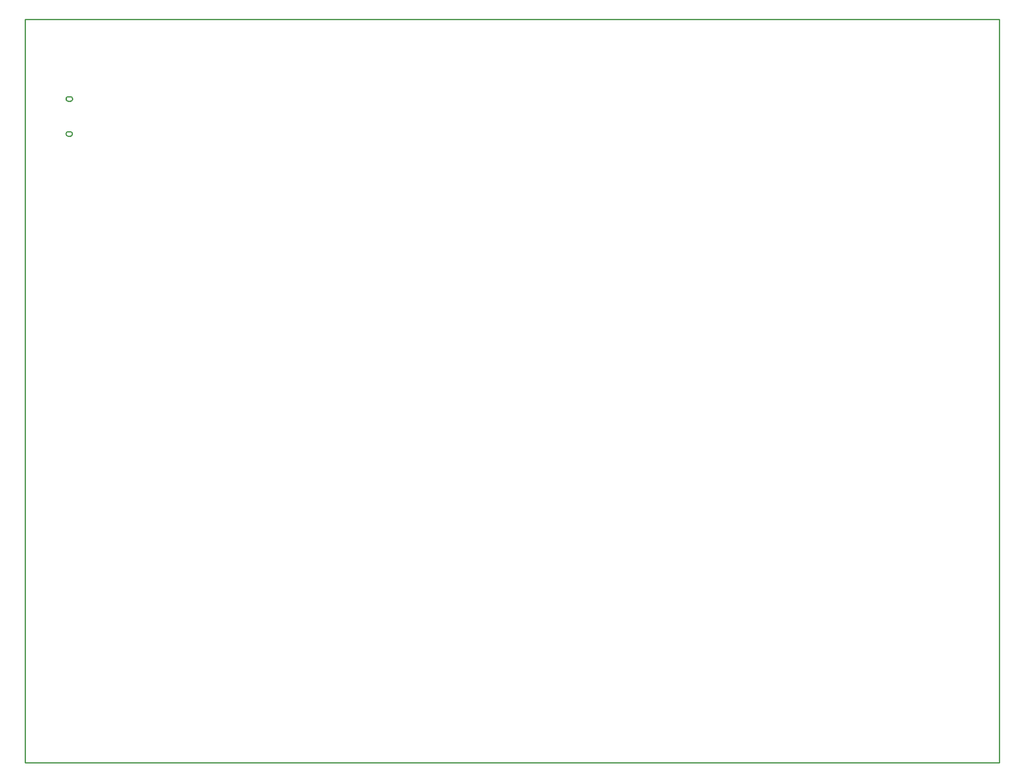
<source format=gko>
G04 Layer: BoardOutline*
G04 EasyEDA v6.4.17, 2021-03-30T17:38:57--4:00*
G04 bfce05913f904539a0b1be1992e61c7c,10*
G04 Gerber Generator version 0.2*
G04 Scale: 100 percent, Rotated: No, Reflected: No *
G04 Dimensions in millimeters *
G04 leading zeros omitted , absolute positions ,4 integer and 5 decimal *
%FSLAX45Y45*%
%MOMM*%

%ADD10C,0.2540*%
D10*
X-12999999Y-7500000D02*
G01*
X7040600Y-7500000D01*
X7040600Y-22803116D01*
X-12999999Y-22803116D01*
X-12999999Y-7500000D01*
X-12024418Y-9129158D02*
G01*
X-12024418Y-9149478D01*
X-12059978Y-9185038D02*
G01*
X-12115858Y-9185038D01*
X-12153958Y-9149478D02*
G01*
X-12153958Y-9129158D01*
X-12115858Y-9096138D02*
G01*
X-12059978Y-9096138D01*
X-12059978Y-9903858D02*
G01*
X-12120938Y-9903858D01*
X-12120938Y-9814958D02*
G01*
X-12059978Y-9814958D01*
G75*
G01*
X-12059978Y-9095001D02*
G02*
X-12024926Y-9130002I52J-35000D01*
G75*
G01*
X-12024926Y-9150002D02*
G02*
X-12059978Y-9185001I-35000J1D01*
G75*
G01*
X-12114959Y-9185001D02*
G02*
X-12154974Y-9150002I-2507J37509D01*
G75*
G01*
X-12154974Y-9130002D02*
G02*
X-12114959Y-9095001I37508J-2507D01*
G75*
G01*
X-12119922Y-9904999D02*
G02*
X-12154974Y-9860001I5032J40071D01*
G75*
G01*
X-12154974Y-9860001D02*
G02*
X-12119922Y-9814999I40084J4930D01*
G75*
G01*
X-12024926Y-9860001D02*
G02*
X-12059978Y-9904999I-40085J-4927D01*
G75*
G01*
X-12059978Y-9814999D02*
G02*
X-12024926Y-9860001I-5032J-40072D01*

%LPD*%
M02*

</source>
